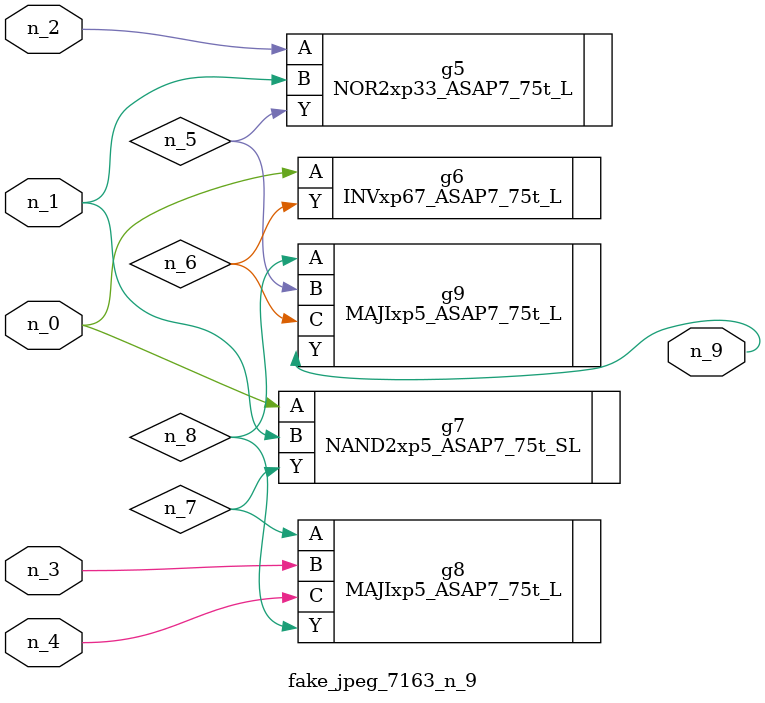
<source format=v>
module fake_jpeg_7163_n_9 (n_3, n_2, n_1, n_0, n_4, n_9);

input n_3;
input n_2;
input n_1;
input n_0;
input n_4;

output n_9;

wire n_8;
wire n_6;
wire n_5;
wire n_7;

NOR2xp33_ASAP7_75t_L g5 ( 
.A(n_2),
.B(n_1),
.Y(n_5)
);

INVxp67_ASAP7_75t_L g6 ( 
.A(n_0),
.Y(n_6)
);

NAND2xp5_ASAP7_75t_SL g7 ( 
.A(n_0),
.B(n_1),
.Y(n_7)
);

MAJIxp5_ASAP7_75t_L g8 ( 
.A(n_7),
.B(n_3),
.C(n_4),
.Y(n_8)
);

MAJIxp5_ASAP7_75t_L g9 ( 
.A(n_8),
.B(n_5),
.C(n_6),
.Y(n_9)
);


endmodule
</source>
